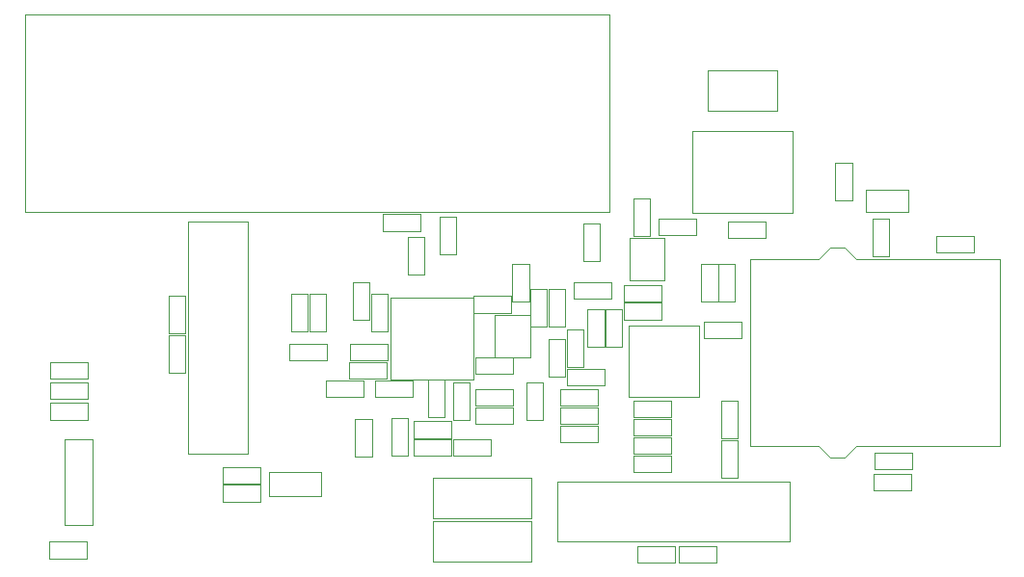
<source format=gbr>
G04 #@! TF.GenerationSoftware,KiCad,Pcbnew,8.0.4*
G04 #@! TF.CreationDate,2024-09-14T16:47:45+09:00*
G04 #@! TF.ProjectId,100base-t1-converter,31303062-6173-4652-9d74-312d636f6e76,rev?*
G04 #@! TF.SameCoordinates,Original*
G04 #@! TF.FileFunction,Other,User*
%FSLAX46Y46*%
G04 Gerber Fmt 4.6, Leading zero omitted, Abs format (unit mm)*
G04 Created by KiCad (PCBNEW 8.0.4) date 2024-09-14 16:47:45*
%MOMM*%
%LPD*%
G01*
G04 APERTURE LIST*
%ADD10C,0.050000*%
G04 APERTURE END LIST*
D10*
G04 #@! TO.C,J5*
X236600000Y-93990000D02*
X237600000Y-92990000D01*
X239880000Y-93990000D02*
X252460000Y-93990000D01*
X236600000Y-93990000D02*
X230560000Y-93990000D01*
X238880000Y-92990000D02*
X237600000Y-92990000D01*
X238880000Y-92990000D02*
X239880000Y-93990000D01*
X252460000Y-110490000D02*
X252460000Y-93990000D01*
X230550000Y-110490000D02*
X230550000Y-93990000D01*
X236600000Y-110490000D02*
X230550000Y-110490000D01*
X238880000Y-111490000D02*
X239880000Y-110490000D01*
X236600000Y-110490000D02*
X237600000Y-111490000D01*
X238880000Y-111490000D02*
X237600000Y-111490000D01*
X239880000Y-110490000D02*
X252460000Y-110490000D01*
G04 #@! TO.C,R4*
X214330000Y-99925000D02*
X212870000Y-99925000D01*
X212870000Y-99925000D02*
X212870000Y-96625000D01*
X212870000Y-96625000D02*
X214330000Y-96625000D01*
X214330000Y-96625000D02*
X214330000Y-99925000D01*
G04 #@! TO.C,C21*
X219475000Y-99330000D02*
X219475000Y-97870000D01*
X219475000Y-97870000D02*
X222775000Y-97870000D01*
X222775000Y-97870000D02*
X222775000Y-99330000D01*
X222775000Y-99330000D02*
X219475000Y-99330000D01*
G04 #@! TO.C,C19*
X226270000Y-97775000D02*
X226270000Y-94475000D01*
X227730000Y-97775000D02*
X226270000Y-97775000D01*
X227730000Y-94475000D02*
X227730000Y-97775000D01*
X226270000Y-94475000D02*
X227730000Y-94475000D01*
G04 #@! TO.C,C1*
X239490000Y-88885000D02*
X238030000Y-88885000D01*
X238030000Y-88885000D02*
X238030000Y-85585000D01*
X238030000Y-85585000D02*
X239490000Y-85585000D01*
X239490000Y-85585000D02*
X239490000Y-88885000D01*
G04 #@! TO.C,C2*
X228615000Y-92170000D02*
X228615000Y-90710000D01*
X228615000Y-90710000D02*
X231915000Y-90710000D01*
X231915000Y-90710000D02*
X231915000Y-92170000D01*
X231915000Y-92170000D02*
X228615000Y-92170000D01*
G04 #@! TO.C,C3*
X198730000Y-97075000D02*
X198730000Y-100375000D01*
X197270000Y-97075000D02*
X198730000Y-97075000D01*
X197270000Y-100375000D02*
X197270000Y-97075000D01*
X198730000Y-100375000D02*
X197270000Y-100375000D01*
G04 #@! TO.C,C4*
X209725000Y-105470000D02*
X209725000Y-106930000D01*
X209725000Y-106930000D02*
X206425000Y-106930000D01*
X206425000Y-106930000D02*
X206425000Y-105470000D01*
X206425000Y-105470000D02*
X209725000Y-105470000D01*
G04 #@! TO.C,C5*
X195350000Y-104530000D02*
X195350000Y-103070000D01*
X195350000Y-103070000D02*
X198650000Y-103070000D01*
X198650000Y-103070000D02*
X198650000Y-104530000D01*
X198650000Y-104530000D02*
X195350000Y-104530000D01*
G04 #@! TO.C,C6*
X198725000Y-102930000D02*
X195425000Y-102930000D01*
X198725000Y-101470000D02*
X198725000Y-102930000D01*
X195425000Y-101470000D02*
X198725000Y-101470000D01*
X195425000Y-102930000D02*
X195425000Y-101470000D01*
G04 #@! TO.C,C7*
X206425000Y-102670000D02*
X209725000Y-102670000D01*
X206425000Y-104130000D02*
X206425000Y-102670000D01*
X209725000Y-104130000D02*
X206425000Y-104130000D01*
X209725000Y-102670000D02*
X209725000Y-104130000D01*
G04 #@! TO.C,C8*
X206275000Y-98730000D02*
X206275000Y-97270000D01*
X206275000Y-97270000D02*
X209575000Y-97270000D01*
X209575000Y-97270000D02*
X209575000Y-98730000D01*
X209575000Y-98730000D02*
X206275000Y-98730000D01*
G04 #@! TO.C,C9*
X204325000Y-109730000D02*
X201025000Y-109730000D01*
X204325000Y-108270000D02*
X204325000Y-109730000D01*
X201025000Y-108270000D02*
X204325000Y-108270000D01*
X201025000Y-109730000D02*
X201025000Y-108270000D01*
G04 #@! TO.C,C10*
X201025000Y-111330000D02*
X201025000Y-109870000D01*
X201025000Y-109870000D02*
X204325000Y-109870000D01*
X204325000Y-109870000D02*
X204325000Y-111330000D01*
X204325000Y-111330000D02*
X201025000Y-111330000D01*
G04 #@! TO.C,C11*
X203730000Y-107925000D02*
X202270000Y-107925000D01*
X202270000Y-107925000D02*
X202270000Y-104625000D01*
X202270000Y-104625000D02*
X203730000Y-104625000D01*
X203730000Y-104625000D02*
X203730000Y-107925000D01*
G04 #@! TO.C,C12*
X200925000Y-104670000D02*
X200925000Y-106130000D01*
X200925000Y-106130000D02*
X197625000Y-106130000D01*
X197625000Y-106130000D02*
X197625000Y-104670000D01*
X197625000Y-104670000D02*
X200925000Y-104670000D01*
G04 #@! TO.C,C13*
X179470000Y-100675000D02*
X180930000Y-100675000D01*
X180930000Y-100675000D02*
X180930000Y-103975000D01*
X180930000Y-103975000D02*
X179470000Y-103975000D01*
X179470000Y-103975000D02*
X179470000Y-100675000D01*
G04 #@! TO.C,C14*
X180930000Y-97225000D02*
X180930000Y-100525000D01*
X179470000Y-97225000D02*
X180930000Y-97225000D01*
X179470000Y-100525000D02*
X179470000Y-97225000D01*
X180930000Y-100525000D02*
X179470000Y-100525000D01*
G04 #@! TO.C,C15*
X187575000Y-113730000D02*
X184275000Y-113730000D01*
X187575000Y-112270000D02*
X187575000Y-113730000D01*
X184275000Y-112270000D02*
X187575000Y-112270000D01*
X184275000Y-113730000D02*
X184275000Y-112270000D01*
G04 #@! TO.C,C16*
X187575000Y-113870000D02*
X187575000Y-115330000D01*
X187575000Y-115330000D02*
X184275000Y-115330000D01*
X184275000Y-115330000D02*
X184275000Y-113870000D01*
X184275000Y-113870000D02*
X187575000Y-113870000D01*
G04 #@! TO.C,C17*
X169075000Y-104530000D02*
X169075000Y-103070000D01*
X169075000Y-103070000D02*
X172375000Y-103070000D01*
X172375000Y-103070000D02*
X172375000Y-104530000D01*
X172375000Y-104530000D02*
X169075000Y-104530000D01*
G04 #@! TO.C,C18*
X223575000Y-111130000D02*
X220275000Y-111130000D01*
X223575000Y-109670000D02*
X223575000Y-111130000D01*
X220275000Y-109670000D02*
X223575000Y-109670000D01*
X220275000Y-111130000D02*
X220275000Y-109670000D01*
G04 #@! TO.C,C20*
X227770000Y-94475000D02*
X229230000Y-94475000D01*
X229230000Y-94475000D02*
X229230000Y-97775000D01*
X229230000Y-97775000D02*
X227770000Y-97775000D01*
X227770000Y-97775000D02*
X227770000Y-94475000D01*
G04 #@! TO.C,C22*
X217175000Y-107070000D02*
X217175000Y-108530000D01*
X217175000Y-108530000D02*
X213875000Y-108530000D01*
X213875000Y-108530000D02*
X213875000Y-107070000D01*
X213875000Y-107070000D02*
X217175000Y-107070000D01*
G04 #@! TO.C,C23*
X220275000Y-109530000D02*
X220275000Y-108070000D01*
X220275000Y-108070000D02*
X223575000Y-108070000D01*
X223575000Y-108070000D02*
X223575000Y-109530000D01*
X223575000Y-109530000D02*
X220275000Y-109530000D01*
G04 #@! TO.C,C24*
X220275000Y-107930000D02*
X220275000Y-106470000D01*
X220275000Y-106470000D02*
X223575000Y-106470000D01*
X223575000Y-106470000D02*
X223575000Y-107930000D01*
X223575000Y-107930000D02*
X220275000Y-107930000D01*
G04 #@! TO.C,C25*
X228020000Y-106475000D02*
X229480000Y-106475000D01*
X229480000Y-106475000D02*
X229480000Y-109775000D01*
X229480000Y-109775000D02*
X228020000Y-109775000D01*
X228020000Y-109775000D02*
X228020000Y-106475000D01*
G04 #@! TO.C,C26*
X220625000Y-119270000D02*
X223925000Y-119270000D01*
X220625000Y-120730000D02*
X220625000Y-119270000D01*
X223925000Y-120730000D02*
X220625000Y-120730000D01*
X223925000Y-119270000D02*
X223925000Y-120730000D01*
G04 #@! TO.C,C27*
X224275000Y-120730000D02*
X224275000Y-119270000D01*
X224275000Y-119270000D02*
X227575000Y-119270000D01*
X227575000Y-119270000D02*
X227575000Y-120730000D01*
X227575000Y-120730000D02*
X224275000Y-120730000D01*
G04 #@! TO.C,F1*
X240720000Y-89850000D02*
X240720000Y-87950000D01*
X240720000Y-87950000D02*
X244420000Y-87950000D01*
X244420000Y-87950000D02*
X244420000Y-89850000D01*
X244420000Y-89850000D02*
X240720000Y-89850000D01*
G04 #@! TO.C,FB1*
X193275000Y-104670000D02*
X196575000Y-104670000D01*
X193275000Y-106130000D02*
X193275000Y-104670000D01*
X196575000Y-106130000D02*
X193275000Y-106130000D01*
X196575000Y-104670000D02*
X196575000Y-106130000D01*
G04 #@! TO.C,FB2*
X193375000Y-101470000D02*
X193375000Y-102930000D01*
X193375000Y-102930000D02*
X190075000Y-102930000D01*
X190075000Y-102930000D02*
X190075000Y-101470000D01*
X190075000Y-101470000D02*
X193375000Y-101470000D01*
G04 #@! TO.C,FB3*
X206425000Y-108530000D02*
X206425000Y-107070000D01*
X206425000Y-107070000D02*
X209725000Y-107070000D01*
X209725000Y-107070000D02*
X209725000Y-108530000D01*
X209725000Y-108530000D02*
X206425000Y-108530000D01*
G04 #@! TO.C,FB4*
X200530000Y-111325000D02*
X199070000Y-111325000D01*
X199070000Y-111325000D02*
X199070000Y-108025000D01*
X199070000Y-108025000D02*
X200530000Y-108025000D01*
X200530000Y-108025000D02*
X200530000Y-111325000D01*
G04 #@! TO.C,FB5*
X220275000Y-111270000D02*
X223575000Y-111270000D01*
X220275000Y-112730000D02*
X220275000Y-111270000D01*
X223575000Y-112730000D02*
X220275000Y-112730000D01*
X223575000Y-111270000D02*
X223575000Y-112730000D01*
G04 #@! TO.C,FL1*
X188300000Y-114850000D02*
X188300000Y-112750000D01*
X188300000Y-112750000D02*
X192900000Y-112750000D01*
X192900000Y-112750000D02*
X192900000Y-114850000D01*
X192900000Y-114850000D02*
X188300000Y-114850000D01*
G04 #@! TO.C,J1*
X172850000Y-109850000D02*
X172850000Y-117350000D01*
X172850000Y-117350000D02*
X170350000Y-117350000D01*
X170350000Y-117350000D02*
X170350000Y-109850000D01*
X170350000Y-109850000D02*
X172850000Y-109850000D01*
G04 #@! TO.C,J2*
X211310000Y-120600000D02*
X202660000Y-120600000D01*
X211310000Y-117050000D02*
X211310000Y-120600000D01*
X202660000Y-117050000D02*
X211310000Y-117050000D01*
X202660000Y-120600000D02*
X202660000Y-117050000D01*
G04 #@! TO.C,J3*
X202660000Y-116800000D02*
X202660000Y-113250000D01*
X202660000Y-113250000D02*
X211310000Y-113250000D01*
X211310000Y-113250000D02*
X211310000Y-116800000D01*
X211310000Y-116800000D02*
X202660000Y-116800000D01*
G04 #@! TO.C,J4*
X226800000Y-81000000D02*
X226800000Y-77450000D01*
X226800000Y-77450000D02*
X232900000Y-77450000D01*
X232900000Y-77450000D02*
X232900000Y-81000000D01*
X232900000Y-81000000D02*
X226800000Y-81000000D01*
G04 #@! TO.C,R1*
X203270000Y-93575000D02*
X203270000Y-90275000D01*
X204730000Y-93575000D02*
X203270000Y-93575000D01*
X204730000Y-90275000D02*
X204730000Y-93575000D01*
X203270000Y-90275000D02*
X204730000Y-90275000D01*
G04 #@! TO.C,R2*
X198275000Y-91530000D02*
X198275000Y-90070000D01*
X198275000Y-90070000D02*
X201575000Y-90070000D01*
X201575000Y-90070000D02*
X201575000Y-91530000D01*
X201575000Y-91530000D02*
X198275000Y-91530000D01*
G04 #@! TO.C,R3*
X215930000Y-103525000D02*
X214470000Y-103525000D01*
X214470000Y-103525000D02*
X214470000Y-100225000D01*
X214470000Y-100225000D02*
X215930000Y-100225000D01*
X215930000Y-100225000D02*
X215930000Y-103525000D01*
G04 #@! TO.C,R5*
X212730000Y-96625000D02*
X212730000Y-99925000D01*
X211270000Y-96625000D02*
X212730000Y-96625000D01*
X211270000Y-99925000D02*
X211270000Y-96625000D01*
X212730000Y-99925000D02*
X211270000Y-99925000D01*
G04 #@! TO.C,R6*
X214330000Y-104325000D02*
X212870000Y-104325000D01*
X212870000Y-104325000D02*
X212870000Y-101025000D01*
X212870000Y-101025000D02*
X214330000Y-101025000D01*
X214330000Y-101025000D02*
X214330000Y-104325000D01*
G04 #@! TO.C,R7*
X219330000Y-101725000D02*
X217870000Y-101725000D01*
X217870000Y-101725000D02*
X217870000Y-98425000D01*
X217870000Y-98425000D02*
X219330000Y-98425000D01*
X219330000Y-98425000D02*
X219330000Y-101725000D01*
G04 #@! TO.C,R8*
X217730000Y-98425000D02*
X217730000Y-101725000D01*
X216270000Y-98425000D02*
X217730000Y-98425000D01*
X216270000Y-101725000D02*
X216270000Y-98425000D01*
X217730000Y-101725000D02*
X216270000Y-101725000D01*
G04 #@! TO.C,R9*
X201930000Y-92075000D02*
X201930000Y-95375000D01*
X200470000Y-92075000D02*
X201930000Y-92075000D01*
X200470000Y-95375000D02*
X200470000Y-92075000D01*
X201930000Y-95375000D02*
X200470000Y-95375000D01*
G04 #@! TO.C,R10*
X213875000Y-106930000D02*
X213875000Y-105470000D01*
X213875000Y-105470000D02*
X217175000Y-105470000D01*
X217175000Y-105470000D02*
X217175000Y-106930000D01*
X217175000Y-106930000D02*
X213875000Y-106930000D01*
G04 #@! TO.C,R11*
X207775000Y-109870000D02*
X207775000Y-111330000D01*
X207775000Y-111330000D02*
X204475000Y-111330000D01*
X204475000Y-111330000D02*
X204475000Y-109870000D01*
X204475000Y-109870000D02*
X207775000Y-109870000D01*
G04 #@! TO.C,R12*
X197130000Y-99375000D02*
X195670000Y-99375000D01*
X195670000Y-99375000D02*
X195670000Y-96075000D01*
X195670000Y-96075000D02*
X197130000Y-96075000D01*
X197130000Y-96075000D02*
X197130000Y-99375000D01*
G04 #@! TO.C,R13*
X214475000Y-105130000D02*
X214475000Y-103670000D01*
X214475000Y-103670000D02*
X217775000Y-103670000D01*
X217775000Y-103670000D02*
X217775000Y-105130000D01*
X217775000Y-105130000D02*
X214475000Y-105130000D01*
G04 #@! TO.C,R14*
X204470000Y-104825000D02*
X205930000Y-104825000D01*
X205930000Y-104825000D02*
X205930000Y-108125000D01*
X205930000Y-108125000D02*
X204470000Y-108125000D01*
X204470000Y-108125000D02*
X204470000Y-104825000D01*
G04 #@! TO.C,R15*
X191730000Y-97075000D02*
X191730000Y-100375000D01*
X190270000Y-97075000D02*
X191730000Y-97075000D01*
X190270000Y-100375000D02*
X190270000Y-97075000D01*
X191730000Y-100375000D02*
X190270000Y-100375000D01*
G04 #@! TO.C,R16*
X191870000Y-97075000D02*
X193330000Y-97075000D01*
X193330000Y-97075000D02*
X193330000Y-100375000D01*
X193330000Y-100375000D02*
X191870000Y-100375000D01*
X191870000Y-100375000D02*
X191870000Y-97075000D01*
G04 #@! TO.C,R17*
X195870000Y-111375000D02*
X195870000Y-108075000D01*
X197330000Y-111375000D02*
X195870000Y-111375000D01*
X197330000Y-108075000D02*
X197330000Y-111375000D01*
X195870000Y-108075000D02*
X197330000Y-108075000D01*
G04 #@! TO.C,R18*
X172375000Y-104870000D02*
X172375000Y-106330000D01*
X172375000Y-106330000D02*
X169075000Y-106330000D01*
X169075000Y-106330000D02*
X169075000Y-104870000D01*
X169075000Y-104870000D02*
X172375000Y-104870000D01*
G04 #@! TO.C,R19*
X169025000Y-120330000D02*
X169025000Y-118870000D01*
X169025000Y-118870000D02*
X172325000Y-118870000D01*
X172325000Y-118870000D02*
X172325000Y-120330000D01*
X172325000Y-120330000D02*
X169025000Y-120330000D01*
G04 #@! TO.C,R20*
X172375000Y-108130000D02*
X169075000Y-108130000D01*
X172375000Y-106670000D02*
X172375000Y-108130000D01*
X169075000Y-106670000D02*
X172375000Y-106670000D01*
X169075000Y-108130000D02*
X169075000Y-106670000D01*
G04 #@! TO.C,R21*
X250175000Y-91980000D02*
X250175000Y-93440000D01*
X250175000Y-93440000D02*
X246875000Y-93440000D01*
X246875000Y-93440000D02*
X246875000Y-91980000D01*
X246875000Y-91980000D02*
X250175000Y-91980000D01*
G04 #@! TO.C,R22*
X242730000Y-90475000D02*
X242730000Y-93775000D01*
X241270000Y-90475000D02*
X242730000Y-90475000D01*
X241270000Y-93775000D02*
X241270000Y-90475000D01*
X242730000Y-93775000D02*
X241270000Y-93775000D01*
G04 #@! TO.C,R23*
X244775000Y-112490000D02*
X241475000Y-112490000D01*
X244775000Y-111030000D02*
X244775000Y-112490000D01*
X241475000Y-111030000D02*
X244775000Y-111030000D01*
X241475000Y-112490000D02*
X241475000Y-111030000D01*
G04 #@! TO.C,R24*
X229480000Y-109975000D02*
X229480000Y-113275000D01*
X228020000Y-109975000D02*
X229480000Y-109975000D01*
X228020000Y-113275000D02*
X228020000Y-109975000D01*
X229480000Y-113275000D02*
X228020000Y-113275000D01*
G04 #@! TO.C,R25*
X244725000Y-112870000D02*
X244725000Y-114330000D01*
X244725000Y-114330000D02*
X241425000Y-114330000D01*
X241425000Y-114330000D02*
X241425000Y-112870000D01*
X241425000Y-112870000D02*
X244725000Y-112870000D01*
G04 #@! TO.C,R26*
X217175000Y-108670000D02*
X217175000Y-110130000D01*
X217175000Y-110130000D02*
X213875000Y-110130000D01*
X213875000Y-110130000D02*
X213875000Y-108670000D01*
X213875000Y-108670000D02*
X217175000Y-108670000D01*
G04 #@! TO.C,R27*
X219425000Y-97730000D02*
X219425000Y-96270000D01*
X219425000Y-96270000D02*
X222725000Y-96270000D01*
X222725000Y-96270000D02*
X222725000Y-97730000D01*
X222725000Y-97730000D02*
X219425000Y-97730000D01*
G04 #@! TO.C,R28*
X218375000Y-97530000D02*
X215075000Y-97530000D01*
X218375000Y-96070000D02*
X218375000Y-97530000D01*
X215075000Y-96070000D02*
X218375000Y-96070000D01*
X215075000Y-97530000D02*
X215075000Y-96070000D01*
G04 #@! TO.C,R29*
X212330000Y-104825000D02*
X212330000Y-108125000D01*
X210870000Y-104825000D02*
X212330000Y-104825000D01*
X210870000Y-108125000D02*
X210870000Y-104825000D01*
X212330000Y-108125000D02*
X210870000Y-108125000D01*
G04 #@! TO.C,R30*
X215870000Y-90875000D02*
X217330000Y-90875000D01*
X217330000Y-90875000D02*
X217330000Y-94175000D01*
X217330000Y-94175000D02*
X215870000Y-94175000D01*
X215870000Y-94175000D02*
X215870000Y-90875000D01*
G04 #@! TO.C,R31*
X220270000Y-91975000D02*
X220270000Y-88675000D01*
X221730000Y-91975000D02*
X220270000Y-91975000D01*
X221730000Y-88675000D02*
X221730000Y-91975000D01*
X220270000Y-88675000D02*
X221730000Y-88675000D01*
G04 #@! TO.C,R32*
X211130000Y-94425000D02*
X211130000Y-97725000D01*
X209670000Y-94425000D02*
X211130000Y-94425000D01*
X209670000Y-97725000D02*
X209670000Y-94425000D01*
X211130000Y-97725000D02*
X209670000Y-97725000D01*
G04 #@! TO.C,R33*
X225775000Y-91930000D02*
X222475000Y-91930000D01*
X225775000Y-90470000D02*
X225775000Y-91930000D01*
X222475000Y-90470000D02*
X225775000Y-90470000D01*
X222475000Y-91930000D02*
X222475000Y-90470000D01*
G04 #@! TO.C,U1*
X225470000Y-89960000D02*
X234270000Y-89960000D01*
X225470000Y-82760000D02*
X225470000Y-89960000D01*
X234270000Y-82760000D02*
X225470000Y-82760000D01*
X234270000Y-89960000D02*
X234270000Y-82760000D01*
G04 #@! TO.C,U2*
X198980000Y-97380000D02*
X198980000Y-104620000D01*
X198980000Y-104620000D02*
X206220000Y-104620000D01*
X206220000Y-104620000D02*
X206220000Y-97380000D01*
X206220000Y-97380000D02*
X198980000Y-97380000D01*
G04 #@! TO.C,U3*
X166850000Y-89850000D02*
X218200000Y-89850000D01*
X218200000Y-89850000D02*
X218200000Y-72500000D01*
X218200000Y-72500000D02*
X166850000Y-72500000D01*
X166850000Y-72500000D02*
X166850000Y-89850000D01*
G04 #@! TO.C,U4*
X226100000Y-106100000D02*
X226100000Y-99900000D01*
X226100000Y-99900000D02*
X219900000Y-99900000D01*
X219900000Y-99900000D02*
X219900000Y-106100000D01*
X219900000Y-106100000D02*
X226100000Y-106100000D01*
G04 #@! TO.C,Y1*
X186400000Y-111137500D02*
X186400000Y-90737500D01*
X181200000Y-111137500D02*
X186400000Y-111137500D01*
X181200000Y-90737500D02*
X181200000Y-111137500D01*
X186400000Y-90737500D02*
X181200000Y-90737500D01*
G04 #@! TO.C,Y2*
X213662500Y-113600000D02*
X213662500Y-118800000D01*
X213662500Y-118800000D02*
X234062500Y-118800000D01*
X234062500Y-118800000D02*
X234062500Y-113600000D01*
X234062500Y-113600000D02*
X213662500Y-113600000D01*
G04 #@! TO.C,C28*
X226475000Y-100980000D02*
X226475000Y-99520000D01*
X226475000Y-99520000D02*
X229775000Y-99520000D01*
X229775000Y-99520000D02*
X229775000Y-100980000D01*
X229775000Y-100980000D02*
X226475000Y-100980000D01*
G04 #@! TO.C,RN1*
X208150000Y-98950000D02*
X211250000Y-98950000D01*
X208150000Y-98950000D02*
X208150000Y-102650000D01*
X211250000Y-102650000D02*
X211250000Y-98950000D01*
X211250000Y-102650000D02*
X208150000Y-102650000D01*
G04 #@! TO.C,RN2*
X219950000Y-92150000D02*
X223050000Y-92150000D01*
X219950000Y-92150000D02*
X219950000Y-95850000D01*
X223050000Y-95850000D02*
X223050000Y-92150000D01*
X223050000Y-95850000D02*
X219950000Y-95850000D01*
G04 #@! TD*
M02*

</source>
